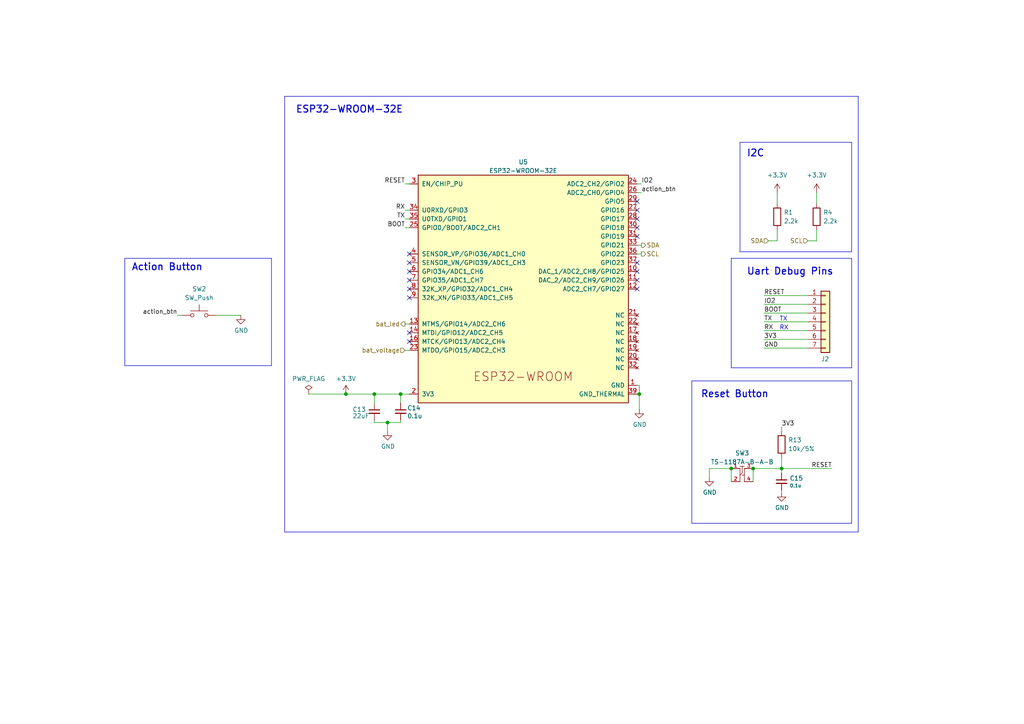
<source format=kicad_sch>
(kicad_sch (version 20230121) (generator eeschema)

  (uuid 1fa47478-381c-4a0f-acbe-a5a1ceab88b1)

  (paper "A4")

  (lib_symbols
    (symbol "0000:TS-1187A-B-A-B" (pin_names (offset 1.016)) (in_bom yes) (on_board yes)
      (property "Reference" "SW" (at -1.27 3.81 0)
        (effects (font (size 1.27 1.27)) (justify left bottom))
      )
      (property "Value" "TS-1187A-B-A-B" (at -9.525 -5.08 0)
        (effects (font (size 1.27 1.27)) (justify left top))
      )
      (property "Footprint" "0000:TS-1187A-B-A-B" (at 0.635 -8.89 0)
        (effects (font (size 1.27 1.27)) (justify bottom) hide)
      )
      (property "Datasheet" "" (at 0 1.27 0)
        (effects (font (size 1.27 1.27)) hide)
      )
      (symbol "TS-1187A-B-A-B_0_0"
        (pin passive line (at -3.175 1.27 0) (length 2.54)
          (name "" (effects (font (size 1.016 1.016))))
          (number "1" (effects (font (size 1.016 1.016))))
        )
        (pin passive line (at -3.175 -2.54 0) (length 2.54)
          (name "" (effects (font (size 1.016 1.016))))
          (number "2" (effects (font (size 1.016 1.016))))
        )
        (pin passive line (at 3.175 1.27 180) (length 2.54)
          (name "" (effects (font (size 1.016 1.016))))
          (number "3" (effects (font (size 1.016 1.016))))
        )
        (pin passive line (at 3.175 -2.54 180) (length 2.54)
          (name "" (effects (font (size 1.016 1.016))))
          (number "4" (effects (font (size 1.016 1.016))))
        )
      )
      (symbol "TS-1187A-B-A-B_0_1"
        (polyline
          (pts
            (xy -0.635 1.27)
            (xy -0.635 -2.54)
          )
          (stroke (width 0) (type default))
          (fill (type none))
        )
        (polyline
          (pts
            (xy -0.635 1.905)
            (xy 0.635 1.905)
          )
          (stroke (width 0) (type default))
          (fill (type none))
        )
        (polyline
          (pts
            (xy 0 0)
            (xy -0.635 -0.635)
          )
          (stroke (width 0) (type default))
          (fill (type none))
        )
        (polyline
          (pts
            (xy 0 0.635)
            (xy 0 0)
          )
          (stroke (width 0) (type default))
          (fill (type none))
        )
        (polyline
          (pts
            (xy 0 0.635)
            (xy 0 1.905)
          )
          (stroke (width 0) (type default))
          (fill (type none))
        )
        (polyline
          (pts
            (xy 0.635 -2.54)
            (xy 0.635 1.27)
          )
          (stroke (width 0) (type default))
          (fill (type none))
        )
        (polyline
          (pts
            (xy 0.635 -0.635)
            (xy 0 -0.635)
          )
          (stroke (width 0) (type default))
          (fill (type none))
        )
      )
    )
    (symbol "Connector_Generic:Conn_01x07" (pin_names (offset 1.016) hide) (in_bom yes) (on_board yes)
      (property "Reference" "J" (at 0 10.16 0)
        (effects (font (size 1.27 1.27)))
      )
      (property "Value" "Conn_01x07" (at 0 -10.16 0)
        (effects (font (size 1.27 1.27)))
      )
      (property "Footprint" "" (at 0 0 0)
        (effects (font (size 1.27 1.27)) hide)
      )
      (property "Datasheet" "~" (at 0 0 0)
        (effects (font (size 1.27 1.27)) hide)
      )
      (property "ki_keywords" "connector" (at 0 0 0)
        (effects (font (size 1.27 1.27)) hide)
      )
      (property "ki_description" "Generic connector, single row, 01x07, script generated (kicad-library-utils/schlib/autogen/connector/)" (at 0 0 0)
        (effects (font (size 1.27 1.27)) hide)
      )
      (property "ki_fp_filters" "Connector*:*_1x??_*" (at 0 0 0)
        (effects (font (size 1.27 1.27)) hide)
      )
      (symbol "Conn_01x07_1_1"
        (rectangle (start -1.27 -7.493) (end 0 -7.747)
          (stroke (width 0.1524) (type default))
          (fill (type none))
        )
        (rectangle (start -1.27 -4.953) (end 0 -5.207)
          (stroke (width 0.1524) (type default))
          (fill (type none))
        )
        (rectangle (start -1.27 -2.413) (end 0 -2.667)
          (stroke (width 0.1524) (type default))
          (fill (type none))
        )
        (rectangle (start -1.27 0.127) (end 0 -0.127)
          (stroke (width 0.1524) (type default))
          (fill (type none))
        )
        (rectangle (start -1.27 2.667) (end 0 2.413)
          (stroke (width 0.1524) (type default))
          (fill (type none))
        )
        (rectangle (start -1.27 5.207) (end 0 4.953)
          (stroke (width 0.1524) (type default))
          (fill (type none))
        )
        (rectangle (start -1.27 7.747) (end 0 7.493)
          (stroke (width 0.1524) (type default))
          (fill (type none))
        )
        (rectangle (start -1.27 8.89) (end 1.27 -8.89)
          (stroke (width 0.254) (type default))
          (fill (type background))
        )
        (pin passive line (at -5.08 7.62 0) (length 3.81)
          (name "Pin_1" (effects (font (size 1.27 1.27))))
          (number "1" (effects (font (size 1.27 1.27))))
        )
        (pin passive line (at -5.08 5.08 0) (length 3.81)
          (name "Pin_2" (effects (font (size 1.27 1.27))))
          (number "2" (effects (font (size 1.27 1.27))))
        )
        (pin passive line (at -5.08 2.54 0) (length 3.81)
          (name "Pin_3" (effects (font (size 1.27 1.27))))
          (number "3" (effects (font (size 1.27 1.27))))
        )
        (pin passive line (at -5.08 0 0) (length 3.81)
          (name "Pin_4" (effects (font (size 1.27 1.27))))
          (number "4" (effects (font (size 1.27 1.27))))
        )
        (pin passive line (at -5.08 -2.54 0) (length 3.81)
          (name "Pin_5" (effects (font (size 1.27 1.27))))
          (number "5" (effects (font (size 1.27 1.27))))
        )
        (pin passive line (at -5.08 -5.08 0) (length 3.81)
          (name "Pin_6" (effects (font (size 1.27 1.27))))
          (number "6" (effects (font (size 1.27 1.27))))
        )
        (pin passive line (at -5.08 -7.62 0) (length 3.81)
          (name "Pin_7" (effects (font (size 1.27 1.27))))
          (number "7" (effects (font (size 1.27 1.27))))
        )
      )
    )
    (symbol "Device:C_Small" (pin_numbers hide) (pin_names (offset 0.254) hide) (in_bom yes) (on_board yes)
      (property "Reference" "C" (at 0.254 1.778 0)
        (effects (font (size 1.27 1.27)) (justify left))
      )
      (property "Value" "C_Small" (at 0.254 -2.032 0)
        (effects (font (size 1.27 1.27)) (justify left))
      )
      (property "Footprint" "" (at 0 0 0)
        (effects (font (size 1.27 1.27)) hide)
      )
      (property "Datasheet" "~" (at 0 0 0)
        (effects (font (size 1.27 1.27)) hide)
      )
      (property "ki_keywords" "capacitor cap" (at 0 0 0)
        (effects (font (size 1.27 1.27)) hide)
      )
      (property "ki_description" "Unpolarized capacitor, small symbol" (at 0 0 0)
        (effects (font (size 1.27 1.27)) hide)
      )
      (property "ki_fp_filters" "C_*" (at 0 0 0)
        (effects (font (size 1.27 1.27)) hide)
      )
      (symbol "C_Small_0_1"
        (polyline
          (pts
            (xy -1.524 -0.508)
            (xy 1.524 -0.508)
          )
          (stroke (width 0.3302) (type default))
          (fill (type none))
        )
        (polyline
          (pts
            (xy -1.524 0.508)
            (xy 1.524 0.508)
          )
          (stroke (width 0.3048) (type default))
          (fill (type none))
        )
      )
      (symbol "C_Small_1_1"
        (pin passive line (at 0 2.54 270) (length 2.032)
          (name "~" (effects (font (size 1.27 1.27))))
          (number "1" (effects (font (size 1.27 1.27))))
        )
        (pin passive line (at 0 -2.54 90) (length 2.032)
          (name "~" (effects (font (size 1.27 1.27))))
          (number "2" (effects (font (size 1.27 1.27))))
        )
      )
    )
    (symbol "Device:R" (pin_numbers hide) (pin_names (offset 0)) (in_bom yes) (on_board yes)
      (property "Reference" "R" (at 2.032 0 90)
        (effects (font (size 1.27 1.27)))
      )
      (property "Value" "R" (at 0 0 90)
        (effects (font (size 1.27 1.27)))
      )
      (property "Footprint" "" (at -1.778 0 90)
        (effects (font (size 1.27 1.27)) hide)
      )
      (property "Datasheet" "~" (at 0 0 0)
        (effects (font (size 1.27 1.27)) hide)
      )
      (property "ki_keywords" "R res resistor" (at 0 0 0)
        (effects (font (size 1.27 1.27)) hide)
      )
      (property "ki_description" "Resistor" (at 0 0 0)
        (effects (font (size 1.27 1.27)) hide)
      )
      (property "ki_fp_filters" "R_*" (at 0 0 0)
        (effects (font (size 1.27 1.27)) hide)
      )
      (symbol "R_0_1"
        (rectangle (start -1.016 -2.54) (end 1.016 2.54)
          (stroke (width 0.254) (type default))
          (fill (type none))
        )
      )
      (symbol "R_1_1"
        (pin passive line (at 0 3.81 270) (length 1.27)
          (name "~" (effects (font (size 1.27 1.27))))
          (number "1" (effects (font (size 1.27 1.27))))
        )
        (pin passive line (at 0 -3.81 90) (length 1.27)
          (name "~" (effects (font (size 1.27 1.27))))
          (number "2" (effects (font (size 1.27 1.27))))
        )
      )
    )
    (symbol "Espressif:ESP32-WROOM-E" (pin_names (offset 1.016)) (in_bom yes) (on_board yes)
      (property "Reference" "U" (at -30.48 38.1 0)
        (effects (font (size 1.27 1.27)) (justify left))
      )
      (property "Value" "ESP32-WROOM-E" (at -30.48 35.56 0)
        (effects (font (size 1.27 1.27)) (justify left))
      )
      (property "Footprint" "Espressif:ESP32-WROOM-32E" (at 0 -38.1 0)
        (effects (font (size 1.27 1.27)) hide)
      )
      (property "Datasheet" "https://www.espressif.com/sites/default/files/documentation/esp32-wroom-32e_esp32-wroom-32ue_datasheet_en.pdf" (at 0 -35.56 0)
        (effects (font (size 1.27 1.27)) hide)
      )
      (property "ki_keywords" "ESP32" (at 0 0 0)
        (effects (font (size 1.27 1.27)) hide)
      )
      (property "ki_description" "ESP32-WROOM-32E integrates ESP32-D0WD-V3, with higher stability and safety performance." (at 0 0 0)
        (effects (font (size 1.27 1.27)) hide)
      )
      (symbol "ESP32-WROOM-E_0_1"
        (rectangle (start -30.48 33.02) (end 30.48 -33.02)
          (stroke (width 0.254) (type default))
          (fill (type background))
        )
      )
      (symbol "ESP32-WROOM-E_1_1"
        (text "ESP32-­WROOM­" (at 0 -25.4 0)
          (effects (font (size 2.54 2.54)))
        )
        (pin power_in line (at 33.02 -27.94 180) (length 2.54)
          (name "GND" (effects (font (size 1.27 1.27))))
          (number "1" (effects (font (size 1.27 1.27))))
        )
        (pin bidirectional line (at 33.02 5.08 180) (length 2.54)
          (name "DAC_1/ADC2_CH8/GPIO25" (effects (font (size 1.27 1.27))))
          (number "10" (effects (font (size 1.27 1.27))))
        )
        (pin bidirectional line (at 33.02 2.54 180) (length 2.54)
          (name "DAC_2/ADC2_CH9/GPIO26" (effects (font (size 1.27 1.27))))
          (number "11" (effects (font (size 1.27 1.27))))
        )
        (pin bidirectional line (at 33.02 0 180) (length 2.54)
          (name "ADC2_CH7/GPIO27" (effects (font (size 1.27 1.27))))
          (number "12" (effects (font (size 1.27 1.27))))
        )
        (pin bidirectional line (at -33.02 -10.16 0) (length 2.54)
          (name "MTMS/GPIO14/ADC2_CH6" (effects (font (size 1.27 1.27))))
          (number "13" (effects (font (size 1.27 1.27))))
        )
        (pin bidirectional line (at -33.02 -12.7 0) (length 2.54)
          (name "MTDI/GPIO12/ADC2_CH5" (effects (font (size 1.27 1.27))))
          (number "14" (effects (font (size 1.27 1.27))))
        )
        (pin passive line (at 33.02 -27.94 180) (length 2.54) hide
          (name "GND" (effects (font (size 1.27 1.27))))
          (number "15" (effects (font (size 1.27 1.27))))
        )
        (pin bidirectional line (at -33.02 -15.24 0) (length 2.54)
          (name "MTCK/GPIO13/ADC2_CH4" (effects (font (size 1.27 1.27))))
          (number "16" (effects (font (size 1.27 1.27))))
        )
        (pin no_connect line (at 33.02 -12.7 180) (length 2.54)
          (name "NC" (effects (font (size 1.27 1.27))))
          (number "17" (effects (font (size 1.27 1.27))))
        )
        (pin no_connect line (at 33.02 -15.24 180) (length 2.54)
          (name "NC" (effects (font (size 1.27 1.27))))
          (number "18" (effects (font (size 1.27 1.27))))
        )
        (pin no_connect line (at 33.02 -17.78 180) (length 2.54)
          (name "NC" (effects (font (size 1.27 1.27))))
          (number "19" (effects (font (size 1.27 1.27))))
        )
        (pin power_in line (at -33.02 -30.48 0) (length 2.54)
          (name "3V3" (effects (font (size 1.27 1.27))))
          (number "2" (effects (font (size 1.27 1.27))))
        )
        (pin no_connect line (at 33.02 -20.32 180) (length 2.54)
          (name "NC" (effects (font (size 1.27 1.27))))
          (number "20" (effects (font (size 1.27 1.27))))
        )
        (pin no_connect line (at 33.02 -7.62 180) (length 2.54)
          (name "NC" (effects (font (size 1.27 1.27))))
          (number "21" (effects (font (size 1.27 1.27))))
        )
        (pin no_connect line (at 33.02 -10.16 180) (length 2.54)
          (name "NC" (effects (font (size 1.27 1.27))))
          (number "22" (effects (font (size 1.27 1.27))))
        )
        (pin bidirectional line (at -33.02 -17.78 0) (length 2.54)
          (name "MTDO/GPIO15/ADC2_CH3" (effects (font (size 1.27 1.27))))
          (number "23" (effects (font (size 1.27 1.27))))
        )
        (pin bidirectional line (at 33.02 30.48 180) (length 2.54)
          (name "ADC2_CH2/GPIO2" (effects (font (size 1.27 1.27))))
          (number "24" (effects (font (size 1.27 1.27))))
        )
        (pin bidirectional line (at -33.02 17.78 0) (length 2.54)
          (name "GPIO0/BOOT/ADC2_CH1" (effects (font (size 1.27 1.27))))
          (number "25" (effects (font (size 1.27 1.27))))
        )
        (pin bidirectional line (at 33.02 27.94 180) (length 2.54)
          (name "ADC2_CH0/GPIO4" (effects (font (size 1.27 1.27))))
          (number "26" (effects (font (size 1.27 1.27))))
        )
        (pin bidirectional line (at 33.02 22.86 180) (length 2.54)
          (name "GPIO16" (effects (font (size 1.27 1.27))))
          (number "27" (effects (font (size 1.27 1.27))))
        )
        (pin bidirectional line (at 33.02 20.32 180) (length 2.54)
          (name "GPIO17" (effects (font (size 1.27 1.27))))
          (number "28" (effects (font (size 1.27 1.27))))
        )
        (pin bidirectional line (at 33.02 25.4 180) (length 2.54)
          (name "GPIO5" (effects (font (size 1.27 1.27))))
          (number "29" (effects (font (size 1.27 1.27))))
        )
        (pin input line (at -33.02 30.48 0) (length 2.54)
          (name "EN/CHIP_PU" (effects (font (size 1.27 1.27))))
          (number "3" (effects (font (size 1.27 1.27))))
        )
        (pin bidirectional line (at 33.02 17.78 180) (length 2.54)
          (name "GPIO18" (effects (font (size 1.27 1.27))))
          (number "30" (effects (font (size 1.27 1.27))))
        )
        (pin bidirectional line (at 33.02 15.24 180) (length 2.54)
          (name "GPIO19" (effects (font (size 1.27 1.27))))
          (number "31" (effects (font (size 1.27 1.27))))
        )
        (pin no_connect line (at 33.02 -22.86 180) (length 2.54)
          (name "NC" (effects (font (size 1.27 1.27))))
          (number "32" (effects (font (size 1.27 1.27))))
        )
        (pin bidirectional line (at 33.02 12.7 180) (length 2.54)
          (name "GPIO21" (effects (font (size 1.27 1.27))))
          (number "33" (effects (font (size 1.27 1.27))))
        )
        (pin bidirectional line (at -33.02 22.86 0) (length 2.54)
          (name "U0RXD/GPIO3" (effects (font (size 1.27 1.27))))
          (number "34" (effects (font (size 1.27 1.27))))
        )
        (pin bidirectional line (at -33.02 20.32 0) (length 2.54)
          (name "U0TXD/GPIO1" (effects (font (size 1.27 1.27))))
          (number "35" (effects (font (size 1.27 1.27))))
        )
        (pin bidirectional line (at 33.02 10.16 180) (length 2.54)
          (name "GPIO22" (effects (font (size 1.27 1.27))))
          (number "36" (effects (font (size 1.27 1.27))))
        )
        (pin bidirectional line (at 33.02 7.62 180) (length 2.54)
          (name "GPIO23" (effects (font (size 1.27 1.27))))
          (number "37" (effects (font (size 1.27 1.27))))
        )
        (pin passive line (at 33.02 -27.94 180) (length 2.54) hide
          (name "GND" (effects (font (size 1.27 1.27))))
          (number "38" (effects (font (size 1.27 1.27))))
        )
        (pin power_in line (at 33.02 -30.48 180) (length 2.54)
          (name "GND_THERMAL" (effects (font (size 1.27 1.27))))
          (number "39" (effects (font (size 1.27 1.27))))
        )
        (pin input line (at -33.02 10.16 0) (length 2.54)
          (name "SENSOR_VP/GPIO36/ADC1_CH0" (effects (font (size 1.27 1.27))))
          (number "4" (effects (font (size 1.27 1.27))))
        )
        (pin input line (at -33.02 7.62 0) (length 2.54)
          (name "SENSOR_VN/GPIO39/ADC1_CH3" (effects (font (size 1.27 1.27))))
          (number "5" (effects (font (size 1.27 1.27))))
        )
        (pin input line (at -33.02 5.08 0) (length 2.54)
          (name "GPIO34/ADC1_CH6" (effects (font (size 1.27 1.27))))
          (number "6" (effects (font (size 1.27 1.27))))
        )
        (pin input line (at -33.02 2.54 0) (length 2.54)
          (name "GPIO35/ADC1_CH7" (effects (font (size 1.27 1.27))))
          (number "7" (effects (font (size 1.27 1.27))))
        )
        (pin bidirectional line (at -33.02 0 0) (length 2.54)
          (name "32K_XP/GPIO32/ADC1_CH4" (effects (font (size 1.27 1.27))))
          (number "8" (effects (font (size 1.27 1.27))))
        )
        (pin bidirectional line (at -33.02 -2.54 0) (length 2.54)
          (name "32K_XN/GPIO33/ADC1_CH5" (effects (font (size 1.27 1.27))))
          (number "9" (effects (font (size 1.27 1.27))))
        )
      )
    )
    (symbol "Switch:SW_Push" (pin_numbers hide) (pin_names (offset 1.016) hide) (in_bom yes) (on_board yes)
      (property "Reference" "SW" (at 1.27 2.54 0)
        (effects (font (size 1.27 1.27)) (justify left))
      )
      (property "Value" "SW_Push" (at 0 -1.524 0)
        (effects (font (size 1.27 1.27)))
      )
      (property "Footprint" "" (at 0 5.08 0)
        (effects (font (size 1.27 1.27)) hide)
      )
      (property "Datasheet" "~" (at 0 5.08 0)
        (effects (font (size 1.27 1.27)) hide)
      )
      (property "ki_keywords" "switch normally-open pushbutton push-button" (at 0 0 0)
        (effects (font (size 1.27 1.27)) hide)
      )
      (property "ki_description" "Push button switch, generic, two pins" (at 0 0 0)
        (effects (font (size 1.27 1.27)) hide)
      )
      (symbol "SW_Push_0_1"
        (circle (center -2.032 0) (radius 0.508)
          (stroke (width 0) (type default))
          (fill (type none))
        )
        (polyline
          (pts
            (xy 0 1.27)
            (xy 0 3.048)
          )
          (stroke (width 0) (type default))
          (fill (type none))
        )
        (polyline
          (pts
            (xy 2.54 1.27)
            (xy -2.54 1.27)
          )
          (stroke (width 0) (type default))
          (fill (type none))
        )
        (circle (center 2.032 0) (radius 0.508)
          (stroke (width 0) (type default))
          (fill (type none))
        )
        (pin passive line (at -5.08 0 0) (length 2.54)
          (name "1" (effects (font (size 1.27 1.27))))
          (number "1" (effects (font (size 1.27 1.27))))
        )
        (pin passive line (at 5.08 0 180) (length 2.54)
          (name "2" (effects (font (size 1.27 1.27))))
          (number "2" (effects (font (size 1.27 1.27))))
        )
      )
    )
    (symbol "power:+3.3V" (power) (pin_names (offset 0)) (in_bom yes) (on_board yes)
      (property "Reference" "#PWR" (at 0 -3.81 0)
        (effects (font (size 1.27 1.27)) hide)
      )
      (property "Value" "+3.3V" (at 0 3.556 0)
        (effects (font (size 1.27 1.27)))
      )
      (property "Footprint" "" (at 0 0 0)
        (effects (font (size 1.27 1.27)) hide)
      )
      (property "Datasheet" "" (at 0 0 0)
        (effects (font (size 1.27 1.27)) hide)
      )
      (property "ki_keywords" "global power" (at 0 0 0)
        (effects (font (size 1.27 1.27)) hide)
      )
      (property "ki_description" "Power symbol creates a global label with name \"+3.3V\"" (at 0 0 0)
        (effects (font (size 1.27 1.27)) hide)
      )
      (symbol "+3.3V_0_1"
        (polyline
          (pts
            (xy -0.762 1.27)
            (xy 0 2.54)
          )
          (stroke (width 0) (type default))
          (fill (type none))
        )
        (polyline
          (pts
            (xy 0 0)
            (xy 0 2.54)
          )
          (stroke (width 0) (type default))
          (fill (type none))
        )
        (polyline
          (pts
            (xy 0 2.54)
            (xy 0.762 1.27)
          )
          (stroke (width 0) (type default))
          (fill (type none))
        )
      )
      (symbol "+3.3V_1_1"
        (pin power_in line (at 0 0 90) (length 0) hide
          (name "+3.3V" (effects (font (size 1.27 1.27))))
          (number "1" (effects (font (size 1.27 1.27))))
        )
      )
    )
    (symbol "power:GND" (power) (pin_names (offset 0)) (in_bom yes) (on_board yes)
      (property "Reference" "#PWR" (at 0 -6.35 0)
        (effects (font (size 1.27 1.27)) hide)
      )
      (property "Value" "GND" (at 0 -3.81 0)
        (effects (font (size 1.27 1.27)))
      )
      (property "Footprint" "" (at 0 0 0)
        (effects (font (size 1.27 1.27)) hide)
      )
      (property "Datasheet" "" (at 0 0 0)
        (effects (font (size 1.27 1.27)) hide)
      )
      (property "ki_keywords" "global power" (at 0 0 0)
        (effects (font (size 1.27 1.27)) hide)
      )
      (property "ki_description" "Power symbol creates a global label with name \"GND\" , ground" (at 0 0 0)
        (effects (font (size 1.27 1.27)) hide)
      )
      (symbol "GND_0_1"
        (polyline
          (pts
            (xy 0 0)
            (xy 0 -1.27)
            (xy 1.27 -1.27)
            (xy 0 -2.54)
            (xy -1.27 -1.27)
            (xy 0 -1.27)
          )
          (stroke (width 0) (type default))
          (fill (type none))
        )
      )
      (symbol "GND_1_1"
        (pin power_in line (at 0 0 270) (length 0) hide
          (name "GND" (effects (font (size 1.27 1.27))))
          (number "1" (effects (font (size 1.27 1.27))))
        )
      )
    )
    (symbol "power:PWR_FLAG" (power) (pin_numbers hide) (pin_names (offset 0) hide) (in_bom yes) (on_board yes)
      (property "Reference" "#FLG" (at 0 1.905 0)
        (effects (font (size 1.27 1.27)) hide)
      )
      (property "Value" "PWR_FLAG" (at 0 3.81 0)
        (effects (font (size 1.27 1.27)))
      )
      (property "Footprint" "" (at 0 0 0)
        (effects (font (size 1.27 1.27)) hide)
      )
      (property "Datasheet" "~" (at 0 0 0)
        (effects (font (size 1.27 1.27)) hide)
      )
      (property "ki_keywords" "flag power" (at 0 0 0)
        (effects (font (size 1.27 1.27)) hide)
      )
      (property "ki_description" "Special symbol for telling ERC where power comes from" (at 0 0 0)
        (effects (font (size 1.27 1.27)) hide)
      )
      (symbol "PWR_FLAG_0_0"
        (pin power_out line (at 0 0 90) (length 0)
          (name "pwr" (effects (font (size 1.27 1.27))))
          (number "1" (effects (font (size 1.27 1.27))))
        )
      )
      (symbol "PWR_FLAG_0_1"
        (polyline
          (pts
            (xy 0 0)
            (xy 0 1.27)
            (xy -1.016 1.905)
            (xy 0 2.54)
            (xy 1.016 1.905)
            (xy 0 1.27)
          )
          (stroke (width 0) (type default))
          (fill (type none))
        )
      )
    )
  )

  (junction (at 116.205 114.3) (diameter 0) (color 0 0 0 0)
    (uuid 1aba2520-1ab0-41b0-ba46-c6cb85f70d34)
  )
  (junction (at 212.09 135.89) (diameter 0) (color 0 0 0 0)
    (uuid 68dbae33-45ff-4634-9dd3-57ecedf542fa)
  )
  (junction (at 100.33 114.3) (diameter 0) (color 0 0 0 0)
    (uuid 7c547d86-811a-4015-90e9-bd396fc862c4)
  )
  (junction (at 226.695 135.89) (diameter 0) (color 0 0 0 0)
    (uuid 892ea4bd-f83f-4334-bb33-b75986439121)
  )
  (junction (at 218.44 135.89) (diameter 0) (color 0 0 0 0)
    (uuid 97338a1f-e2b1-42ee-be12-767c1547c446)
  )
  (junction (at 108.585 114.3) (diameter 0) (color 0 0 0 0)
    (uuid 9f4e3093-ba46-49e5-9cfb-a6c77ae900fa)
  )
  (junction (at 185.42 114.3) (diameter 0) (color 0 0 0 0)
    (uuid ac489f7b-928d-47d7-8da2-43aead7cd2a6)
  )
  (junction (at 112.395 122.555) (diameter 0) (color 0 0 0 0)
    (uuid eb2279f1-ceaa-411b-9c52-7ac91d383fc7)
  )

  (no_connect (at 118.745 86.36) (uuid 009bf131-b3a0-4bbd-855c-16604136c065))
  (no_connect (at 118.745 99.06) (uuid 09cb0413-9da8-40b7-9136-866f0d3f8d69))
  (no_connect (at 184.785 78.74) (uuid 0d8e4084-9f2c-44e6-b281-3e7d9a3d1083))
  (no_connect (at 184.785 60.96) (uuid 145f6a65-8830-433a-8169-ef204af491d9))
  (no_connect (at 184.785 83.82) (uuid 22c04950-71e3-432e-b538-c19a15f80103))
  (no_connect (at 184.785 58.42) (uuid 28283927-ce96-4615-9f9c-c130e6757953))
  (no_connect (at 118.745 83.82) (uuid 2b5c019c-cf4f-478f-b5eb-28171a952e0e))
  (no_connect (at 118.745 73.66) (uuid 480a4355-08ec-41b3-b76f-aa29f50fd080))
  (no_connect (at 118.745 96.52) (uuid 50453ecd-cb2e-4d57-b8e0-e48a08ae9664))
  (no_connect (at 184.785 68.58) (uuid 50a7ea95-1275-4671-b090-922be667f2d9))
  (no_connect (at 184.785 76.2) (uuid 5707ea83-9ad3-49b4-92ea-f026d1fdb544))
  (no_connect (at 184.785 81.28) (uuid 6b2cec79-2f51-4bbf-918b-c0ed86224b95))
  (no_connect (at 118.745 76.2) (uuid 8f234e84-2b8a-4847-ae8d-44697c576041))
  (no_connect (at 184.785 63.5) (uuid 9eb793ab-f483-431f-a764-101515a099fb))
  (no_connect (at 118.745 81.28) (uuid d9f1143f-72a7-4979-b3f1-8b771ffa0685))
  (no_connect (at 184.785 66.04) (uuid de58119e-b71b-4f55-b06a-2f9607f98926))
  (no_connect (at 118.745 78.74) (uuid eff221b5-2546-4c1a-865a-1d8889a3d40a))

  (wire (pts (xy 218.44 135.89) (xy 218.44 139.7))
    (stroke (width 0) (type default))
    (uuid 007ef386-1f97-4c7b-8d86-b3aaecbe5b04)
  )
  (wire (pts (xy 118.745 93.98) (xy 117.475 93.98))
    (stroke (width 0) (type default))
    (uuid 018881bc-1172-4e15-8f50-d5e0b6079426)
  )
  (polyline (pts (xy 200.66 110.49) (xy 247.015 110.49))
    (stroke (width 0) (type default))
    (uuid 030253f9-e98d-47af-8054-26d9cab0ecd7)
  )

  (wire (pts (xy 108.585 114.3) (xy 108.585 116.84))
    (stroke (width 0) (type default))
    (uuid 0467bdc7-e77a-4309-a5fe-08e8a3a39399)
  )
  (wire (pts (xy 234.315 69.85) (xy 236.855 69.85))
    (stroke (width 0) (type default))
    (uuid 053325db-bb98-4dd8-b38b-6c687b06d73e)
  )
  (polyline (pts (xy 248.92 27.94) (xy 248.92 154.305))
    (stroke (width 0) (type default))
    (uuid 069eb212-efc4-443d-b0a4-ef5db833a152)
  )

  (wire (pts (xy 112.395 122.555) (xy 116.205 122.555))
    (stroke (width 0) (type default))
    (uuid 0b779f41-ad74-48ac-b51d-0bb9f33b724f)
  )
  (wire (pts (xy 222.885 69.85) (xy 225.425 69.85))
    (stroke (width 0) (type default))
    (uuid 0dda4c1b-2ee1-4266-b7eb-50b00ecce4e4)
  )
  (wire (pts (xy 234.315 88.265) (xy 221.615 88.265))
    (stroke (width 0) (type default))
    (uuid 15c72fac-e2fb-4460-b045-b98e86d3a2f8)
  )
  (polyline (pts (xy 247.015 110.49) (xy 247.015 151.765))
    (stroke (width 0) (type default))
    (uuid 17a6eb34-da14-40d1-bb08-32e1f2dbd1ec)
  )

  (wire (pts (xy 185.42 111.76) (xy 185.42 114.3))
    (stroke (width 0) (type default))
    (uuid 18ab0a14-e1c2-4bc6-91c8-91c378c0d02e)
  )
  (wire (pts (xy 116.205 114.3) (xy 118.745 114.3))
    (stroke (width 0) (type default))
    (uuid 209b7fa6-d30c-4c80-b91f-25bf2a610487)
  )
  (wire (pts (xy 117.475 53.34) (xy 118.745 53.34))
    (stroke (width 0) (type default))
    (uuid 23637369-b413-4b47-84ff-9b433a6e36b2)
  )
  (wire (pts (xy 117.475 101.6) (xy 118.745 101.6))
    (stroke (width 0) (type default))
    (uuid 31b146e2-6e38-4420-ae54-2f6b3bff0d7a)
  )
  (wire (pts (xy 89.535 114.3) (xy 100.33 114.3))
    (stroke (width 0) (type default))
    (uuid 32cb3e66-6ded-4b16-9de5-4b35f024e35d)
  )
  (polyline (pts (xy 212.09 106.68) (xy 212.09 74.93))
    (stroke (width 0) (type default))
    (uuid 36b82231-0020-4847-8cf7-5ad8457424e2)
  )

  (wire (pts (xy 225.425 69.85) (xy 225.425 66.675))
    (stroke (width 0) (type default))
    (uuid 3b9adbdc-851e-4502-a43f-6f9ee5cfedf9)
  )
  (polyline (pts (xy 214.63 73.025) (xy 247.015 73.025))
    (stroke (width 0) (type default))
    (uuid 3beb18f0-aa41-4938-b8de-4280b3f1e7a3)
  )
  (polyline (pts (xy 82.55 154.305) (xy 82.55 27.94))
    (stroke (width 0) (type default))
    (uuid 4082d760-f51d-45f8-866c-ed7816544f37)
  )

  (wire (pts (xy 234.315 85.725) (xy 221.615 85.725))
    (stroke (width 0) (type default))
    (uuid 444c9478-5901-491d-b843-4d5c7b4b1b1e)
  )
  (wire (pts (xy 186.055 53.34) (xy 184.785 53.34))
    (stroke (width 0) (type default))
    (uuid 45e27340-beb3-47df-8fd7-7bcf17cacd34)
  )
  (wire (pts (xy 236.855 69.85) (xy 236.855 66.675))
    (stroke (width 0) (type default))
    (uuid 461ff9d1-0e5f-42c0-8c16-43e50b4bf9cc)
  )
  (wire (pts (xy 234.315 95.885) (xy 221.615 95.885))
    (stroke (width 0) (type default))
    (uuid 4ad17bff-b26e-406b-9aab-5cca608b863a)
  )
  (wire (pts (xy 218.44 135.89) (xy 226.695 135.89))
    (stroke (width 0) (type default))
    (uuid 4ed27d5a-475d-43d8-9953-668c5822f490)
  )
  (wire (pts (xy 234.315 100.965) (xy 221.615 100.965))
    (stroke (width 0) (type default))
    (uuid 523876aa-9e1e-473a-8a02-8a7aa23f445b)
  )
  (wire (pts (xy 234.315 93.345) (xy 221.615 93.345))
    (stroke (width 0) (type default))
    (uuid 57ff60f0-f001-422b-b62f-78fc4d798715)
  )
  (wire (pts (xy 100.33 114.3) (xy 108.585 114.3))
    (stroke (width 0) (type default))
    (uuid 58ade545-3bd9-4b6a-abb9-32ccab47aa3c)
  )
  (wire (pts (xy 225.425 55.88) (xy 225.425 59.055))
    (stroke (width 0) (type default))
    (uuid 5d715256-f11c-4437-8bb8-bc0eb63a5003)
  )
  (wire (pts (xy 185.42 114.3) (xy 185.42 118.745))
    (stroke (width 0) (type default))
    (uuid 5d8962b8-df4d-40ed-b032-6eeaa890954b)
  )
  (polyline (pts (xy 200.66 151.765) (xy 200.66 110.49))
    (stroke (width 0) (type default))
    (uuid 5df20254-146d-405b-a838-9ace6d824351)
  )

  (wire (pts (xy 185.42 111.76) (xy 184.785 111.76))
    (stroke (width 0) (type default))
    (uuid 5f987f9d-a55e-4a31-8db4-00c9bad61a71)
  )
  (wire (pts (xy 212.09 135.89) (xy 212.09 139.7))
    (stroke (width 0) (type default))
    (uuid 5fb86e30-bbf1-45a7-a52e-ab129b029ced)
  )
  (polyline (pts (xy 82.55 27.94) (xy 248.92 27.94))
    (stroke (width 0) (type default))
    (uuid 606ba3df-46c4-4a98-9562-91f0bfc7b3a1)
  )

  (wire (pts (xy 117.475 60.96) (xy 118.745 60.96))
    (stroke (width 0) (type default))
    (uuid 635fe77c-2658-4075-ac60-c5af12ea0586)
  )
  (polyline (pts (xy 78.74 106.045) (xy 78.74 74.93))
    (stroke (width 0) (type default))
    (uuid 644f64a2-e09d-4ef4-9b4c-0dad573ebdaa)
  )

  (wire (pts (xy 236.855 55.88) (xy 236.855 59.055))
    (stroke (width 0) (type default))
    (uuid 72eae09d-e4fb-4bd8-a6b0-0442a3dd0069)
  )
  (wire (pts (xy 226.695 137.16) (xy 226.695 135.89))
    (stroke (width 0) (type default))
    (uuid 894de873-c3ae-4f1b-b330-8d002125c00f)
  )
  (wire (pts (xy 117.475 66.04) (xy 118.745 66.04))
    (stroke (width 0) (type default))
    (uuid 8c2ec80d-8392-482b-8baf-4913c8d932c1)
  )
  (wire (pts (xy 226.695 135.89) (xy 241.3 135.89))
    (stroke (width 0) (type default))
    (uuid 8e1c657c-e5cc-4fc6-89a1-b0a907397f9f)
  )
  (polyline (pts (xy 247.015 151.765) (xy 200.66 151.765))
    (stroke (width 0) (type default))
    (uuid 9473855d-458a-4866-ac92-7feecda69853)
  )

  (wire (pts (xy 117.475 63.5) (xy 118.745 63.5))
    (stroke (width 0) (type default))
    (uuid 95162c5b-7690-4378-b03a-6b49968bcfb8)
  )
  (wire (pts (xy 116.205 116.84) (xy 116.205 114.3))
    (stroke (width 0) (type default))
    (uuid 965376ae-88f1-43f3-97fe-5837f6b96369)
  )
  (wire (pts (xy 186.055 55.88) (xy 184.785 55.88))
    (stroke (width 0) (type default))
    (uuid 9fa90df6-73b6-46ee-8fa0-b36c627a808f)
  )
  (wire (pts (xy 185.42 114.3) (xy 184.785 114.3))
    (stroke (width 0) (type default))
    (uuid a30ab47a-dfce-4d2f-b052-0e9da07bcf2b)
  )
  (wire (pts (xy 234.315 90.805) (xy 221.615 90.805))
    (stroke (width 0) (type default))
    (uuid a5c25219-dd2a-4ffd-91cc-a0c04dab2054)
  )
  (wire (pts (xy 226.695 142.875) (xy 226.695 142.24))
    (stroke (width 0) (type default))
    (uuid a84dc192-aa09-44ac-a6c1-bc92b5476c5d)
  )
  (polyline (pts (xy 247.015 73.025) (xy 247.015 41.275))
    (stroke (width 0) (type default))
    (uuid b017ea3b-bcc2-4bc8-b1df-30fb9746f3f3)
  )

  (wire (pts (xy 226.695 123.825) (xy 226.695 125.095))
    (stroke (width 0) (type default))
    (uuid b7330642-9de8-4615-bc26-91fd1484864b)
  )
  (wire (pts (xy 205.74 135.89) (xy 212.09 135.89))
    (stroke (width 0) (type default))
    (uuid bde7122d-ac0a-4399-934b-0ab24821bf32)
  )
  (polyline (pts (xy 247.015 106.68) (xy 212.09 106.68))
    (stroke (width 0) (type default))
    (uuid be9c53a3-7d26-446a-96fc-fdb4ede6ac93)
  )
  (polyline (pts (xy 248.92 154.305) (xy 82.55 154.305))
    (stroke (width 0) (type default))
    (uuid c8486ad5-1aa2-44c1-9144-facdf7270f84)
  )

  (wire (pts (xy 234.315 98.425) (xy 221.615 98.425))
    (stroke (width 0) (type default))
    (uuid cf41b434-7144-4b1a-81e2-32eafe3b4c46)
  )
  (wire (pts (xy 226.695 132.715) (xy 226.695 135.89))
    (stroke (width 0) (type default))
    (uuid d35238e0-b2db-4f0a-b9bc-1d52d79a3008)
  )
  (wire (pts (xy 205.74 135.89) (xy 205.74 138.43))
    (stroke (width 0) (type default))
    (uuid dcd8f8bf-c989-4086-ab4d-ef398ba52444)
  )
  (wire (pts (xy 62.865 91.44) (xy 69.85 91.44))
    (stroke (width 0) (type default))
    (uuid dcec6669-b3f6-4e10-bca6-abf5e6f70f51)
  )
  (wire (pts (xy 108.585 114.3) (xy 116.205 114.3))
    (stroke (width 0) (type default))
    (uuid ddf46635-1a80-48fc-86db-6e5fd3e4e59d)
  )
  (wire (pts (xy 116.205 122.555) (xy 116.205 121.92))
    (stroke (width 0) (type default))
    (uuid de4ff4b6-4e80-4373-aef5-b70555ee00a3)
  )
  (wire (pts (xy 186.055 73.66) (xy 184.785 73.66))
    (stroke (width 0) (type default))
    (uuid dfa00762-2c1f-4e08-ab49-394e58f86d56)
  )
  (polyline (pts (xy 214.63 41.275) (xy 214.63 73.025))
    (stroke (width 0) (type default))
    (uuid e31abb87-5344-4565-9958-75a5ceb77df8)
  )

  (wire (pts (xy 112.395 125.095) (xy 112.395 122.555))
    (stroke (width 0) (type default))
    (uuid e33edc9d-958b-4b25-976a-bd99207d3e8b)
  )
  (polyline (pts (xy 247.015 41.275) (xy 214.63 41.275))
    (stroke (width 0) (type default))
    (uuid eb1efc75-e3a1-4e1f-a192-7bca0c763dc5)
  )

  (wire (pts (xy 108.585 121.92) (xy 108.585 122.555))
    (stroke (width 0) (type default))
    (uuid eb4eb71c-ad3d-4801-b94c-c55daf5443f0)
  )
  (wire (pts (xy 186.055 71.12) (xy 184.785 71.12))
    (stroke (width 0) (type default))
    (uuid ec60471a-2a20-4a3f-9c3d-3f5f56f4d28c)
  )
  (polyline (pts (xy 36.195 106.045) (xy 78.74 106.045))
    (stroke (width 0) (type default))
    (uuid ec7e29da-5544-466d-9a59-5d84fe240491)
  )

  (wire (pts (xy 108.585 122.555) (xy 112.395 122.555))
    (stroke (width 0) (type default))
    (uuid ee15a253-e2f7-448e-9e74-4e2f0bd28d66)
  )
  (polyline (pts (xy 212.09 74.93) (xy 247.015 74.93))
    (stroke (width 0) (type default))
    (uuid f688fd90-4194-488e-870f-d47d741f8290)
  )
  (polyline (pts (xy 36.195 74.93) (xy 36.195 106.045))
    (stroke (width 0) (type default))
    (uuid f75d1310-9b5f-45e4-a2f8-e80f66ffebd2)
  )
  (polyline (pts (xy 247.015 74.93) (xy 247.015 106.68))
    (stroke (width 0) (type default))
    (uuid fb2ddcaf-570a-4464-a5e7-7fa54c44b89f)
  )

  (wire (pts (xy 51.435 91.44) (xy 52.705 91.44))
    (stroke (width 0) (type default))
    (uuid fdd2a31b-86c5-4b99-bc0a-f7466f43d626)
  )
  (polyline (pts (xy 36.195 74.93) (xy 78.74 74.93))
    (stroke (width 0) (type default))
    (uuid fecbd9b9-6be0-4ce2-95d1-7e9a92b4ee11)
  )

  (text "Reset Button\n" (at 203.2 115.57 0)
    (effects (font (size 2 2) (thickness 0.3) bold) (justify left bottom))
    (uuid 33ef2711-5bde-455b-b97c-c9bb5787f90e)
  )
  (text "Uart Debug Pins\n" (at 216.535 80.01 0)
    (effects (font (size 2 2) (thickness 0.3) bold) (justify left bottom))
    (uuid 5584da75-6aa7-4069-acc9-c5165286c7d0)
  )
  (text "Action Button" (at 38.1 78.74 0)
    (effects (font (size 2 2) (thickness 0.3) bold) (justify left bottom))
    (uuid 5aca7613-2f6e-4a49-bf87-ccb2e947db44)
  )
  (text "RX" (at 226.06 95.885 0)
    (effects (font (size 1.27 1.27)) (justify left bottom))
    (uuid 8c68942c-faee-43e2-8d01-78c6f797f59c)
  )
  (text "ESP32-WROOM-32E" (at 85.725 33.02 0)
    (effects (font (size 2 2) (thickness 0.3) bold) (justify left bottom))
    (uuid 99941b0e-ac77-4326-8bda-afafd2aec8c2)
  )
  (text "I2C" (at 216.535 45.72 0)
    (effects (font (size 2 2) (thickness 0.3) bold) (justify left bottom))
    (uuid f118f72b-366e-4f3f-8da4-05386fc08309)
  )
  (text "TX" (at 226.06 93.345 0)
    (effects (font (size 1.27 1.27)) (justify left bottom))
    (uuid f330e943-c08d-457f-baef-9d69a377e5cf)
  )

  (label "RESET" (at 117.475 53.34 180) (fields_autoplaced)
    (effects (font (size 1.27 1.27)) (justify right bottom))
    (uuid 166e6f66-e110-48ab-a660-6c378eea27c4)
  )
  (label "TX" (at 221.615 93.345 0) (fields_autoplaced)
    (effects (font (size 1.27 1.27)) (justify left bottom))
    (uuid 1b7c4580-d3ae-41f0-bc70-6de8cc41f5a7)
  )
  (label "BOOT" (at 221.615 90.805 0) (fields_autoplaced)
    (effects (font (size 1.27 1.27)) (justify left bottom))
    (uuid 1c46ec32-03aa-41ef-af2a-335d4749ac08)
  )
  (label "3V3" (at 226.695 123.825 0) (fields_autoplaced)
    (effects (font (size 1.27 1.27)) (justify left bottom))
    (uuid 1c716e8b-4450-4376-9783-97eb4309c37f)
  )
  (label "IO2" (at 221.615 88.265 0) (fields_autoplaced)
    (effects (font (size 1.27 1.27)) (justify left bottom))
    (uuid 46302ade-6a0b-493c-8191-91166e9cbeaa)
  )
  (label "IO2" (at 186.055 53.34 0) (fields_autoplaced)
    (effects (font (size 1.27 1.27)) (justify left bottom))
    (uuid 48c5493b-c3f3-4af5-a142-b05e3504f60d)
  )
  (label "GND" (at 221.615 100.965 0) (fields_autoplaced)
    (effects (font (size 1.27 1.27)) (justify left bottom))
    (uuid 4b0f61c4-e5dc-4e0d-be8d-081f75801632)
  )
  (label "3V3" (at 221.615 98.425 0) (fields_autoplaced)
    (effects (font (size 1.27 1.27)) (justify left bottom))
    (uuid 4c255970-c9cd-4c35-b583-f761781b74ca)
  )
  (label "TX" (at 117.475 63.5 180) (fields_autoplaced)
    (effects (font (size 1.27 1.27)) (justify right bottom))
    (uuid 89e98749-66fd-49bd-80e3-57e398142681)
  )
  (label "BOOT" (at 117.475 66.04 180) (fields_autoplaced)
    (effects (font (size 1.27 1.27)) (justify right bottom))
    (uuid 9192c53b-ae07-4f58-9316-a29dd6776a4c)
  )
  (label "RESET" (at 221.615 85.725 0) (fields_autoplaced)
    (effects (font (size 1.27 1.27)) (justify left bottom))
    (uuid a5fee3ec-52d5-4476-bf7f-26654fe2f20e)
  )
  (label "action_btn" (at 186.055 55.88 0) (fields_autoplaced)
    (effects (font (size 1.27 1.27)) (justify left bottom))
    (uuid b0d2fe4a-9938-462d-80ce-95d284ec4898)
  )
  (label "action_btn" (at 51.435 91.44 180) (fields_autoplaced)
    (effects (font (size 1.27 1.27)) (justify right bottom))
    (uuid dbc2bccd-2524-4b21-bde2-8b7d102a6be3)
  )
  (label "RESET" (at 241.3 135.89 180) (fields_autoplaced)
    (effects (font (size 1.27 1.27)) (justify right bottom))
    (uuid eb2fb610-2fdd-4de9-8c07-ae29ae45a58c)
  )
  (label "RX" (at 221.615 95.885 0) (fields_autoplaced)
    (effects (font (size 1.27 1.27)) (justify left bottom))
    (uuid f6262fcf-2aaf-40af-b97f-b6d61e60bb0c)
  )
  (label "RX" (at 117.475 60.96 180) (fields_autoplaced)
    (effects (font (size 1.27 1.27)) (justify right bottom))
    (uuid fc105fdc-9e16-44c6-9794-573df29a2286)
  )

  (hierarchical_label "SDA" (shape input) (at 222.885 69.85 180) (fields_autoplaced)
    (effects (font (size 1.27 1.27)) (justify right))
    (uuid 27ba2cf9-b1f7-4830-8467-558f424ddfc4)
  )
  (hierarchical_label "SCL" (shape output) (at 186.055 73.66 0) (fields_autoplaced)
    (effects (font (size 1.27 1.27)) (justify left))
    (uuid a272804c-a990-4d48-a636-c594f0bf3890)
  )
  (hierarchical_label "bat_led" (shape output) (at 117.475 93.98 180) (fields_autoplaced)
    (effects (font (size 1.27 1.27)) (justify right))
    (uuid a4f55759-0716-49e9-a54f-f2466718c536)
  )
  (hierarchical_label "SDA" (shape output) (at 186.055 71.12 0) (fields_autoplaced)
    (effects (font (size 1.27 1.27)) (justify left))
    (uuid c7efd3da-d2a7-408e-9c06-f4a6362d87aa)
  )
  (hierarchical_label "bat_voltage" (shape input) (at 117.475 101.6 180) (fields_autoplaced)
    (effects (font (size 1.27 1.27)) (justify right))
    (uuid d776155c-9a40-4940-994e-3f108824ab94)
  )
  (hierarchical_label "SCL" (shape input) (at 234.315 69.85 180) (fields_autoplaced)
    (effects (font (size 1.27 1.27)) (justify right))
    (uuid d7c8ed4c-8e1f-4afb-8659-dca8cb2a3150)
  )

  (symbol (lib_id "power:GND") (at 185.42 118.745 0) (unit 1)
    (in_bom yes) (on_board yes) (dnp no)
    (uuid 26f0af51-42a0-4dee-a4c3-f2321724cab2)
    (property "Reference" "#PWR036" (at 185.42 125.095 0)
      (effects (font (size 1.27 1.27)) hide)
    )
    (property "Value" "GND" (at 185.547 123.1392 0)
      (effects (font (size 1.27 1.27)))
    )
    (property "Footprint" "" (at 185.42 118.745 0)
      (effects (font (size 1.27 1.27)) hide)
    )
    (property "Datasheet" "" (at 185.42 118.745 0)
      (effects (font (size 1.27 1.27)) hide)
    )
    (pin "1" (uuid 3b5c4f42-7e31-46ad-b75a-19552866fbf3))
    (instances
      (project "Hapty"
        (path "/6956d5b6-c4e4-494f-ad33-929668a150f2/8ac2dff6-0792-4e75-a787-575cd7604dc2"
          (reference "#PWR036") (unit 1)
        )
      )
      (project "MoodLamp"
        (path "/e63e39d7-6ac0-4ffd-8aa3-1841a4541b55"
          (reference "#PWR06") (unit 1)
        )
      )
    )
  )

  (symbol (lib_id "0000:TS-1187A-B-A-B") (at 215.265 137.16 0) (unit 1)
    (in_bom yes) (on_board yes) (dnp no) (fields_autoplaced)
    (uuid 2b0cfb49-a417-4471-8c3a-2e7d1b2f8118)
    (property "Reference" "SW3" (at 215.265 131.445 0)
      (effects (font (size 1.27 1.27)))
    )
    (property "Value" "TS-1187A-B-A-B" (at 215.265 133.985 0)
      (effects (font (size 1.27 1.27)))
    )
    (property "Footprint" "0000:TS-1187A-B-A-B" (at 215.9 146.05 0)
      (effects (font (size 1.27 1.27)) (justify bottom) hide)
    )
    (property "Datasheet" "" (at 215.265 135.89 0)
      (effects (font (size 1.27 1.27)) hide)
    )
    (property "MPN" "TS-1187A-B-A-B" (at 215.265 137.16 0)
      (effects (font (size 1.27 1.27)) hide)
    )
    (pin "1" (uuid d9f9a214-27b8-4afd-b4a9-af477fe703ca))
    (pin "2" (uuid f9fbc706-140c-4346-a1c3-8db27340fbc0))
    (pin "3" (uuid 3383ed5f-c8e9-48c3-ac3f-284386ad511d))
    (pin "4" (uuid 0b820b6c-abc1-42de-9786-4d2985af53e3))
    (instances
      (project "Hapty"
        (path "/6956d5b6-c4e4-494f-ad33-929668a150f2/8ac2dff6-0792-4e75-a787-575cd7604dc2"
          (reference "SW3") (unit 1)
        )
      )
      (project "MoodLamp"
        (path "/e63e39d7-6ac0-4ffd-8aa3-1841a4541b55"
          (reference "SW1") (unit 1)
        )
      )
    )
  )

  (symbol (lib_id "power:+3.3V") (at 100.33 114.3 0) (unit 1)
    (in_bom yes) (on_board yes) (dnp no)
    (uuid 3b1a0bd5-5797-4a64-9caa-6b5e5a42573c)
    (property "Reference" "#PWR01" (at 100.33 118.11 0)
      (effects (font (size 1.27 1.27)) hide)
    )
    (property "Value" "+3.3V" (at 100.33 109.855 0)
      (effects (font (size 1.27 1.27)))
    )
    (property "Footprint" "" (at 100.33 114.3 0)
      (effects (font (size 1.27 1.27)) hide)
    )
    (property "Datasheet" "" (at 100.33 114.3 0)
      (effects (font (size 1.27 1.27)) hide)
    )
    (pin "1" (uuid 77da3ca7-0857-4508-8676-1bf04f425a33))
    (instances
      (project "Hapty"
        (path "/6956d5b6-c4e4-494f-ad33-929668a150f2/8ac2dff6-0792-4e75-a787-575cd7604dc2"
          (reference "#PWR01") (unit 1)
        )
      )
    )
  )

  (symbol (lib_id "power:GND") (at 112.395 125.095 0) (unit 1)
    (in_bom yes) (on_board yes) (dnp no)
    (uuid 4bc4715f-34ec-4af5-bdb3-a024b7ed15b7)
    (property "Reference" "#PWR035" (at 112.395 131.445 0)
      (effects (font (size 1.27 1.27)) hide)
    )
    (property "Value" "GND" (at 112.522 129.4892 0)
      (effects (font (size 1.27 1.27)))
    )
    (property "Footprint" "" (at 112.395 125.095 0)
      (effects (font (size 1.27 1.27)) hide)
    )
    (property "Datasheet" "" (at 112.395 125.095 0)
      (effects (font (size 1.27 1.27)) hide)
    )
    (pin "1" (uuid 9244cf40-7f9d-494a-9ba2-c15e01125f25))
    (instances
      (project "Hapty"
        (path "/6956d5b6-c4e4-494f-ad33-929668a150f2/8ac2dff6-0792-4e75-a787-575cd7604dc2"
          (reference "#PWR035") (unit 1)
        )
      )
      (project "MoodLamp"
        (path "/e63e39d7-6ac0-4ffd-8aa3-1841a4541b55"
          (reference "#PWR04") (unit 1)
        )
      )
    )
  )

  (symbol (lib_id "Device:C_Small") (at 226.695 139.7 0) (unit 1)
    (in_bom yes) (on_board yes) (dnp no)
    (uuid 75e937fd-7013-410b-9f51-68e7999c7717)
    (property "Reference" "C15" (at 229.0318 138.7348 0)
      (effects (font (size 1.27 1.27)) (justify left))
    )
    (property "Value" "0.1u" (at 229.0318 140.843 0)
      (effects (font (size 0.9906 0.9906)) (justify left))
    )
    (property "Footprint" "Capacitor_SMD:C_0603_1608Metric" (at 226.695 139.7 0)
      (effects (font (size 1.27 1.27)) hide)
    )
    (property "Datasheet" "~" (at 226.695 139.7 0)
      (effects (font (size 1.27 1.27)) hide)
    )
    (property "MPN" "CC0603KRX7R9BB104" (at 226.695 139.7 0)
      (effects (font (size 1.27 1.27)) hide)
    )
    (property "Vendor" "JLCPCB" (at 226.695 139.7 0)
      (effects (font (size 1.27 1.27)) hide)
    )
    (pin "1" (uuid 2c9c1542-fab3-4742-99cb-f572c09e839c))
    (pin "2" (uuid f8d70e33-6cf4-47dc-82d5-88e552c801b7))
    (instances
      (project "Hapty"
        (path "/6956d5b6-c4e4-494f-ad33-929668a150f2/8ac2dff6-0792-4e75-a787-575cd7604dc2"
          (reference "C15") (unit 1)
        )
      )
      (project "MoodLamp"
        (path "/e63e39d7-6ac0-4ffd-8aa3-1841a4541b55"
          (reference "C4") (unit 1)
        )
      )
    )
  )

  (symbol (lib_id "Espressif:ESP32-WROOM-E") (at 151.765 83.82 0) (unit 1)
    (in_bom yes) (on_board yes) (dnp no) (fields_autoplaced)
    (uuid 77f1c56d-342f-448a-9b7a-c2f2e71d4459)
    (property "Reference" "U5" (at 151.765 46.99 0)
      (effects (font (size 1.27 1.27)))
    )
    (property "Value" "ESP32-WROOM-32E" (at 151.765 49.53 0)
      (effects (font (size 1.27 1.27)))
    )
    (property "Footprint" "Espressif:ESP32-WROOM-32E" (at 151.765 121.92 0)
      (effects (font (size 1.27 1.27)) hide)
    )
    (property "Datasheet" "https://www.espressif.com/sites/default/files/documentation/esp32-wroom-32e_esp32-wroom-32ue_datasheet_en.pdf" (at 151.765 119.38 0)
      (effects (font (size 1.27 1.27)) hide)
    )
    (property "MPN" "ESP32-WROOM-32E-N4" (at 151.765 83.82 0)
      (effects (font (size 1.27 1.27)) hide)
    )
    (pin "1" (uuid 05933d86-4c7d-4b5a-a394-bf9e3ad0c0b5))
    (pin "10" (uuid c3dea7ed-b3d3-43f9-9525-58b8062042b8))
    (pin "11" (uuid 7320736f-11f8-41b8-9014-d88767d4a9a9))
    (pin "12" (uuid 09606bd8-30c8-40a8-932c-7a96d5834825))
    (pin "13" (uuid 8fca120e-9845-431d-be77-9fdfff437846))
    (pin "14" (uuid f8ce6e48-3a1e-4d26-bc6c-420f05653a5f))
    (pin "15" (uuid c1867d12-970a-4f73-acc5-4645082428ba))
    (pin "16" (uuid c3d3b553-1502-4443-a3a7-86b0bd4379a3))
    (pin "17" (uuid eddb505f-ebd1-4feb-9314-a382c297df53))
    (pin "18" (uuid 5b1dc310-92db-42c5-8227-ab7a776747cd))
    (pin "19" (uuid 58a9b9dd-43c0-4e47-9438-23740c1100ec))
    (pin "2" (uuid 767e3dec-662b-4221-849d-b18c5da756b9))
    (pin "20" (uuid 2076b3d9-bddf-4ed7-857d-821ea210b4e2))
    (pin "21" (uuid 87932fd1-8f0a-4336-a2d2-21ab9cd43910))
    (pin "22" (uuid 1d03ae3d-e20f-4bfd-b031-3a902538bc49))
    (pin "23" (uuid 1afae11f-5ac8-4ef5-89d1-cbfc775d6fee))
    (pin "24" (uuid dfef3fad-f3cb-460c-91c7-86eba7cd397d))
    (pin "25" (uuid 6b3ab10c-7ca2-4502-b72c-baaaaf9834e5))
    (pin "26" (uuid 9df8d783-689f-41f3-bd93-73e1f5d261a7))
    (pin "27" (uuid 20d13eb2-bb11-461f-9043-215570b147e3))
    (pin "28" (uuid 000c6055-777c-4eaf-8a72-7346d7dd8874))
    (pin "29" (uuid ed4c4268-7ece-4b03-833f-98a4c2f67c83))
    (pin "3" (uuid 84d85fe9-9a8b-45b1-8883-567a570a469f))
    (pin "30" (uuid 1369c3a1-bb20-46f9-81f3-8b50385f42e2))
    (pin "31" (uuid c18ab260-d5c6-4bbf-9a93-d460015239be))
    (pin "32" (uuid 7b684b66-67f2-4f2b-b85c-700681339e3a))
    (pin "33" (uuid ce6850d0-b925-4491-8fe8-93e3b000ecbf))
    (pin "34" (uuid b29c2aec-519d-4eb9-a836-2211e66e10c0))
    (pin "35" (uuid 63782476-9ba9-4b40-bb6b-bba99641bf31))
    (pin "36" (uuid da185c38-9600-4bee-b942-5c390a8740c4))
    (pin "37" (uuid 56e7ec97-62c9-4e20-bc21-01aa588f903f))
    (pin "38" (uuid a9b00e25-7c98-4887-a60b-28d7097c3b17))
    (pin "39" (uuid 91d2c3db-896f-4b35-ab1d-b05d15482684))
    (pin "4" (uuid 708d9fdc-27d6-4197-b1b8-21a0dae3cdb8))
    (pin "5" (uuid d7eb3e73-1ba4-4e28-8db3-f17f32de59a4))
    (pin "6" (uuid 6b1a6ffe-f043-44bf-828b-0788db3e2baf))
    (pin "7" (uuid da15a958-27db-40ce-8dd4-e3e3528ae460))
    (pin "8" (uuid 5a6810eb-133c-4ab5-947e-8d87e1d141f6))
    (pin "9" (uuid 5570ef7c-6fd1-4a1c-8fe1-e14b18b76f86))
    (instances
      (project "Hapty"
        (path "/6956d5b6-c4e4-494f-ad33-929668a150f2/8ac2dff6-0792-4e75-a787-575cd7604dc2"
          (reference "U5") (unit 1)
        )
      )
      (project "MoodLamp"
        (path "/e63e39d7-6ac0-4ffd-8aa3-1841a4541b55"
          (reference "U1") (unit 1)
        )
      )
    )
  )

  (symbol (lib_id "Connector_Generic:Conn_01x07") (at 239.395 93.345 0) (unit 1)
    (in_bom yes) (on_board yes) (dnp no)
    (uuid 7fc9a8a5-d510-41b2-a11a-8a604f5ff853)
    (property "Reference" "J2" (at 238.125 104.14 0)
      (effects (font (size 1.27 1.27)) (justify left))
    )
    (property "Value" "OUT" (at 237.49 106.68 0)
      (effects (font (size 1.27 1.27)) (justify left) hide)
    )
    (property "Footprint" "" (at 239.395 93.345 0)
      (effects (font (size 1.27 1.27)) hide)
    )
    (property "Datasheet" "~" (at 239.395 93.345 0)
      (effects (font (size 1.27 1.27)) hide)
    )
    (pin "1" (uuid a4ed8b12-5e3a-42ed-9a07-a71c9365e6d9))
    (pin "2" (uuid 8194bb2d-e6fd-45e5-9314-f144ea11d84a))
    (pin "3" (uuid 23a70700-be36-402c-a6c7-f202af0deaac))
    (pin "4" (uuid db001928-a657-4857-9f7a-8db4c40ceec3))
    (pin "5" (uuid 6e7cb66e-e997-4f20-9566-7d2476d5fe59))
    (pin "6" (uuid 933ded2b-2c66-4b7c-86f2-b19f9df19456))
    (pin "7" (uuid 9a5d29b1-9e84-471d-aa9b-72ad0210909e))
    (instances
      (project "ESP32AUTO"
        (path "/502ef4a1-24a7-4493-81e3-9aa56cb8b32f"
          (reference "J2") (unit 1)
        )
      )
      (project "Hapty"
        (path "/6956d5b6-c4e4-494f-ad33-929668a150f2/8ac2dff6-0792-4e75-a787-575cd7604dc2"
          (reference "J1") (unit 1)
        )
      )
    )
  )

  (symbol (lib_id "power:GND") (at 69.85 91.44 0) (unit 1)
    (in_bom yes) (on_board yes) (dnp no)
    (uuid 9333fd3f-b511-43c9-b69c-10ee1b7297b8)
    (property "Reference" "#PWR012" (at 69.85 97.79 0)
      (effects (font (size 1.27 1.27)) hide)
    )
    (property "Value" "GND" (at 69.977 95.8342 0)
      (effects (font (size 1.27 1.27)))
    )
    (property "Footprint" "" (at 69.85 91.44 0)
      (effects (font (size 1.27 1.27)) hide)
    )
    (property "Datasheet" "" (at 69.85 91.44 0)
      (effects (font (size 1.27 1.27)) hide)
    )
    (pin "1" (uuid 0b91f4b7-e5fa-43b1-8e35-0cd4d654e3f4))
    (instances
      (project "Hapty"
        (path "/6956d5b6-c4e4-494f-ad33-929668a150f2/8ac2dff6-0792-4e75-a787-575cd7604dc2"
          (reference "#PWR012") (unit 1)
        )
      )
    )
  )

  (symbol (lib_id "power:GND") (at 226.695 142.875 0) (unit 1)
    (in_bom yes) (on_board yes) (dnp no)
    (uuid 98345504-6d79-41f3-bd5c-c9e64478d465)
    (property "Reference" "#PWR038" (at 226.695 149.225 0)
      (effects (font (size 1.27 1.27)) hide)
    )
    (property "Value" "GND" (at 226.822 147.2692 0)
      (effects (font (size 1.27 1.27)))
    )
    (property "Footprint" "" (at 226.695 142.875 0)
      (effects (font (size 1.27 1.27)) hide)
    )
    (property "Datasheet" "" (at 226.695 142.875 0)
      (effects (font (size 1.27 1.27)) hide)
    )
    (pin "1" (uuid 054f3a54-01ba-4923-9b6e-82aaa3dca7c5))
    (instances
      (project "Hapty"
        (path "/6956d5b6-c4e4-494f-ad33-929668a150f2/8ac2dff6-0792-4e75-a787-575cd7604dc2"
          (reference "#PWR038") (unit 1)
        )
      )
      (project "MoodLamp"
        (path "/e63e39d7-6ac0-4ffd-8aa3-1841a4541b55"
          (reference "#PWR08") (unit 1)
        )
      )
    )
  )

  (symbol (lib_id "power:+3.3V") (at 225.425 55.88 0) (unit 1)
    (in_bom yes) (on_board yes) (dnp no)
    (uuid 9e587427-7212-4b7d-b97a-7c54db60cef3)
    (property "Reference" "#PWR07" (at 225.425 59.69 0)
      (effects (font (size 1.27 1.27)) hide)
    )
    (property "Value" "+3.3V" (at 225.425 50.8 0)
      (effects (font (size 1.27 1.27)))
    )
    (property "Footprint" "" (at 225.425 55.88 0)
      (effects (font (size 1.27 1.27)) hide)
    )
    (property "Datasheet" "" (at 225.425 55.88 0)
      (effects (font (size 1.27 1.27)) hide)
    )
    (pin "1" (uuid 7fe56dd9-470f-4ead-8b1c-8a85ce1cf85e))
    (instances
      (project "Hapty"
        (path "/6956d5b6-c4e4-494f-ad33-929668a150f2/8ac2dff6-0792-4e75-a787-575cd7604dc2"
          (reference "#PWR07") (unit 1)
        )
      )
    )
  )

  (symbol (lib_id "Switch:SW_Push") (at 57.785 91.44 0) (unit 1)
    (in_bom yes) (on_board yes) (dnp no) (fields_autoplaced)
    (uuid a2d50000-e0f6-4dda-84f9-4f0187dfbdfb)
    (property "Reference" "SW2" (at 57.785 83.82 0)
      (effects (font (size 1.27 1.27)))
    )
    (property "Value" "SW_Push" (at 57.785 86.36 0)
      (effects (font (size 1.27 1.27)))
    )
    (property "Footprint" "TS-1187A-B-A-B:SW_TS-1187A-B-A-B" (at 57.785 86.36 0)
      (effects (font (size 1.27 1.27)) hide)
    )
    (property "Datasheet" "~" (at 57.785 86.36 0)
      (effects (font (size 1.27 1.27)) hide)
    )
    (pin "1" (uuid cb6b3152-5ea0-4385-b948-e653cdc434c7))
    (pin "2" (uuid 77c93ff0-193f-4819-a933-22d162984dec))
    (instances
      (project "Hapty"
        (path "/6956d5b6-c4e4-494f-ad33-929668a150f2/8ac2dff6-0792-4e75-a787-575cd7604dc2"
          (reference "SW2") (unit 1)
        )
      )
    )
  )

  (symbol (lib_id "Device:C_Small") (at 108.585 119.38 0) (unit 1)
    (in_bom yes) (on_board yes) (dnp no)
    (uuid a61485fe-d37f-4955-8ca8-1a9b4349055e)
    (property "Reference" "C13" (at 102.235 118.745 0)
      (effects (font (size 1.27 1.27)) (justify left))
    )
    (property "Value" "22uF" (at 102.235 120.65 0)
      (effects (font (size 1.27 1.27)) (justify left))
    )
    (property "Footprint" "Capacitor_SMD:C_1206_3216Metric" (at 108.585 119.38 0)
      (effects (font (size 1.27 1.27)) hide)
    )
    (property "Datasheet" "~" (at 108.585 119.38 0)
      (effects (font (size 1.27 1.27)) hide)
    )
    (property "MPN" "CL31A226KPHNNNE" (at 108.585 119.38 0)
      (effects (font (size 1.27 1.27)) hide)
    )
    (property "Vendor" "JLCPCB" (at 108.585 119.38 0)
      (effects (font (size 1.27 1.27)) hide)
    )
    (pin "1" (uuid 9268a7d3-dfae-4df3-8430-47788be237f2))
    (pin "2" (uuid f9300408-13cd-400e-8759-109a007c94a4))
    (instances
      (project "Hapty"
        (path "/6956d5b6-c4e4-494f-ad33-929668a150f2/8ac2dff6-0792-4e75-a787-575cd7604dc2"
          (reference "C13") (unit 1)
        )
      )
      (project "MoodLamp"
        (path "/e63e39d7-6ac0-4ffd-8aa3-1841a4541b55/8fa9f40e-edb8-49d8-8f32-2ecbcb150ffb"
          (reference "C7") (unit 1)
        )
        (path "/e63e39d7-6ac0-4ffd-8aa3-1841a4541b55"
          (reference "C3") (unit 1)
        )
      )
    )
  )

  (symbol (lib_id "Device:R") (at 226.695 128.905 0) (unit 1)
    (in_bom yes) (on_board yes) (dnp no) (fields_autoplaced)
    (uuid b91829b5-91fb-4b7a-8c4a-3b4d51125b9e)
    (property "Reference" "R13" (at 228.6 127.6349 0)
      (effects (font (size 1.27 1.27)) (justify left))
    )
    (property "Value" "10k/5%" (at 228.6 130.1749 0)
      (effects (font (size 1.27 1.27)) (justify left))
    )
    (property "Footprint" "Resistor_SMD:R_0603_1608Metric" (at 224.917 128.905 90)
      (effects (font (size 1.27 1.27)) hide)
    )
    (property "Datasheet" "~" (at 226.695 128.905 0)
      (effects (font (size 1.27 1.27)) hide)
    )
    (property "MPN" "0603WAF1002T5E" (at 226.695 128.905 0)
      (effects (font (size 1.27 1.27)) hide)
    )
    (property "Vendor" "JLCPCB" (at 226.695 128.905 0)
      (effects (font (size 1.27 1.27)) hide)
    )
    (pin "1" (uuid 6af94432-54c5-4866-97fa-3a01da038a93))
    (pin "2" (uuid 3cef9c8f-4831-4f39-9abb-c9e36d969b55))
    (instances
      (project "Hapty"
        (path "/6956d5b6-c4e4-494f-ad33-929668a150f2/8ac2dff6-0792-4e75-a787-575cd7604dc2"
          (reference "R13") (unit 1)
        )
      )
      (project "MoodLamp"
        (path "/e63e39d7-6ac0-4ffd-8aa3-1841a4541b55"
          (reference "R1") (unit 1)
        )
      )
    )
  )

  (symbol (lib_id "power:+3.3V") (at 236.855 55.88 0) (unit 1)
    (in_bom yes) (on_board yes) (dnp no)
    (uuid d8e30f69-0fae-4afc-9090-6448dbe05712)
    (property "Reference" "#PWR08" (at 236.855 59.69 0)
      (effects (font (size 1.27 1.27)) hide)
    )
    (property "Value" "+3.3V" (at 236.855 50.8 0)
      (effects (font (size 1.27 1.27)))
    )
    (property "Footprint" "" (at 236.855 55.88 0)
      (effects (font (size 1.27 1.27)) hide)
    )
    (property "Datasheet" "" (at 236.855 55.88 0)
      (effects (font (size 1.27 1.27)) hide)
    )
    (pin "1" (uuid 7aac4b00-590e-4e45-9526-fea2b39f2b69))
    (instances
      (project "Hapty"
        (path "/6956d5b6-c4e4-494f-ad33-929668a150f2/8ac2dff6-0792-4e75-a787-575cd7604dc2"
          (reference "#PWR08") (unit 1)
        )
      )
    )
  )

  (symbol (lib_id "Device:R") (at 236.855 62.865 0) (unit 1)
    (in_bom yes) (on_board yes) (dnp no) (fields_autoplaced)
    (uuid e84d99fb-1027-4014-861d-7be977ca576e)
    (property "Reference" "R4" (at 238.76 61.5949 0)
      (effects (font (size 1.27 1.27)) (justify left))
    )
    (property "Value" "2.2k" (at 238.76 64.1349 0)
      (effects (font (size 1.27 1.27)) (justify left))
    )
    (property "Footprint" "Resistor_SMD:R_0603_1608Metric" (at 235.077 62.865 90)
      (effects (font (size 1.27 1.27)) hide)
    )
    (property "Datasheet" "~" (at 236.855 62.865 0)
      (effects (font (size 1.27 1.27)) hide)
    )
    (property "MPN" "0603WAF1002T5E" (at 236.855 62.865 0)
      (effects (font (size 1.27 1.27)) hide)
    )
    (property "Vendor" "JLCPCB" (at 236.855 62.865 0)
      (effects (font (size 1.27 1.27)) hide)
    )
    (pin "1" (uuid 1ba755a4-4aee-40f6-b11c-0d6d78b1b66e))
    (pin "2" (uuid 3d824358-55da-4f34-bca1-02f139fe1d8d))
    (instances
      (project "Hapty"
        (path "/6956d5b6-c4e4-494f-ad33-929668a150f2/8ac2dff6-0792-4e75-a787-575cd7604dc2"
          (reference "R4") (unit 1)
        )
      )
    )
  )

  (symbol (lib_id "power:GND") (at 205.74 138.43 0) (unit 1)
    (in_bom yes) (on_board yes) (dnp no)
    (uuid f8de0519-fa8c-44fa-ba2c-15df796c7537)
    (property "Reference" "#PWR037" (at 205.74 144.78 0)
      (effects (font (size 1.27 1.27)) hide)
    )
    (property "Value" "GND" (at 205.867 142.8242 0)
      (effects (font (size 1.27 1.27)))
    )
    (property "Footprint" "" (at 205.74 138.43 0)
      (effects (font (size 1.27 1.27)) hide)
    )
    (property "Datasheet" "" (at 205.74 138.43 0)
      (effects (font (size 1.27 1.27)) hide)
    )
    (pin "1" (uuid f47640f5-067f-4c58-8554-c6a4e56ebc05))
    (instances
      (project "Hapty"
        (path "/6956d5b6-c4e4-494f-ad33-929668a150f2/8ac2dff6-0792-4e75-a787-575cd7604dc2"
          (reference "#PWR037") (unit 1)
        )
      )
      (project "MoodLamp"
        (path "/e63e39d7-6ac0-4ffd-8aa3-1841a4541b55"
          (reference "#PWR07") (unit 1)
        )
      )
    )
  )

  (symbol (lib_id "Device:R") (at 225.425 62.865 0) (unit 1)
    (in_bom yes) (on_board yes) (dnp no) (fields_autoplaced)
    (uuid f9c292e5-c6ed-478b-b8e1-da89018080ce)
    (property "Reference" "R1" (at 227.33 61.5949 0)
      (effects (font (size 1.27 1.27)) (justify left))
    )
    (property "Value" "2.2k" (at 227.33 64.1349 0)
      (effects (font (size 1.27 1.27)) (justify left))
    )
    (property "Footprint" "Resistor_SMD:R_0603_1608Metric" (at 223.647 62.865 90)
      (effects (font (size 1.27 1.27)) hide)
    )
    (property "Datasheet" "~" (at 225.425 62.865 0)
      (effects (font (size 1.27 1.27)) hide)
    )
    (property "MPN" "0603WAF1002T5E" (at 225.425 62.865 0)
      (effects (font (size 1.27 1.27)) hide)
    )
    (property "Vendor" "JLCPCB" (at 225.425 62.865 0)
      (effects (font (size 1.27 1.27)) hide)
    )
    (pin "1" (uuid a53c6a34-499a-4ab4-8c9a-c956c2aa93e3))
    (pin "2" (uuid 106139c2-9130-4246-8837-8711057ba58b))
    (instances
      (project "Hapty"
        (path "/6956d5b6-c4e4-494f-ad33-929668a150f2/8ac2dff6-0792-4e75-a787-575cd7604dc2"
          (reference "R1") (unit 1)
        )
      )
    )
  )

  (symbol (lib_id "power:PWR_FLAG") (at 89.535 114.3 0) (unit 1)
    (in_bom yes) (on_board yes) (dnp no)
    (uuid fbe7f2ce-3154-478e-bfb6-00eba5a7440d)
    (property "Reference" "#FLG02" (at 89.535 112.395 0)
      (effects (font (size 1.27 1.27)) hide)
    )
    (property "Value" "PWR_FLAG" (at 89.535 109.855 0)
      (effects (font (size 1.27 1.27)))
    )
    (property "Footprint" "" (at 89.535 114.3 0)
      (effects (font (size 1.27 1.27)) hide)
    )
    (property "Datasheet" "~" (at 89.535 114.3 0)
      (effects (font (size 1.27 1.27)) hide)
    )
    (pin "1" (uuid 31fbbe13-7bf2-4117-91e5-24a363cc716a))
    (instances
      (project "Hapty"
        (path "/6956d5b6-c4e4-494f-ad33-929668a150f2/9d7551c4-2ace-4c7d-b440-35f584b50335/9310fd87-d382-44cd-9135-627033a36a9e"
          (reference "#FLG02") (unit 1)
        )
        (path "/6956d5b6-c4e4-494f-ad33-929668a150f2/9d7551c4-2ace-4c7d-b440-35f584b50335"
          (reference "#FLG02") (unit 1)
        )
        (path "/6956d5b6-c4e4-494f-ad33-929668a150f2/8ac2dff6-0792-4e75-a787-575cd7604dc2"
          (reference "#FLG01") (unit 1)
        )
      )
    )
  )

  (symbol (lib_id "Device:C_Small") (at 116.205 119.38 0) (unit 1)
    (in_bom yes) (on_board yes) (dnp no)
    (uuid fed84ff9-98d8-46ab-b5c7-27e35d4549bc)
    (property "Reference" "C14" (at 118.11 118.3386 0)
      (effects (font (size 1.27 1.27)) (justify left))
    )
    (property "Value" "0.1u" (at 118.11 120.65 0)
      (effects (font (size 1.27 1.27)) (justify left))
    )
    (property "Footprint" "Capacitor_SMD:C_0603_1608Metric" (at 116.205 119.38 0)
      (effects (font (size 1.27 1.27)) hide)
    )
    (property "Datasheet" "~" (at 116.205 119.38 0)
      (effects (font (size 1.27 1.27)) hide)
    )
    (property "MPN" "CC0603KRX7R9BB104" (at 116.205 119.38 0)
      (effects (font (size 1.27 1.27)) hide)
    )
    (property "Vendor" "JLCPCB" (at 116.205 119.38 0)
      (effects (font (size 1.27 1.27)) hide)
    )
    (pin "1" (uuid b3ca24d4-823b-46ea-9526-3f7bae33ec68))
    (pin "2" (uuid 7a3c2275-1c22-48c4-9879-f28009a12623))
    (instances
      (project "Hapty"
        (path "/6956d5b6-c4e4-494f-ad33-929668a150f2/8ac2dff6-0792-4e75-a787-575cd7604dc2"
          (reference "C14") (unit 1)
        )
      )
      (project "MoodLamp"
        (path "/e63e39d7-6ac0-4ffd-8aa3-1841a4541b55"
          (reference "C2") (unit 1)
        )
      )
    )
  )
)

</source>
